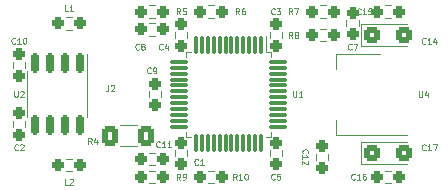
<source format=gto>
%TF.GenerationSoftware,KiCad,Pcbnew,(6.0.0)*%
%TF.CreationDate,2025-09-03T22:59:35+02:00*%
%TF.ProjectId,Smart Servo Control Board Rev.1,536d6172-7420-4536-9572-766f20436f6e,rev?*%
%TF.SameCoordinates,Original*%
%TF.FileFunction,Legend,Top*%
%TF.FilePolarity,Positive*%
%FSLAX46Y46*%
G04 Gerber Fmt 4.6, Leading zero omitted, Abs format (unit mm)*
G04 Created by KiCad (PCBNEW (6.0.0)) date 2025-09-03 22:59:35*
%MOMM*%
%LPD*%
G01*
G04 APERTURE LIST*
G04 Aperture macros list*
%AMRoundRect*
0 Rectangle with rounded corners*
0 $1 Rounding radius*
0 $2 $3 $4 $5 $6 $7 $8 $9 X,Y pos of 4 corners*
0 Add a 4 corners polygon primitive as box body*
4,1,4,$2,$3,$4,$5,$6,$7,$8,$9,$2,$3,0*
0 Add four circle primitives for the rounded corners*
1,1,$1+$1,$2,$3*
1,1,$1+$1,$4,$5*
1,1,$1+$1,$6,$7*
1,1,$1+$1,$8,$9*
0 Add four rect primitives between the rounded corners*
20,1,$1+$1,$2,$3,$4,$5,0*
20,1,$1+$1,$4,$5,$6,$7,0*
20,1,$1+$1,$6,$7,$8,$9,0*
20,1,$1+$1,$8,$9,$2,$3,0*%
G04 Aperture macros list end*
%ADD10C,0.125000*%
%ADD11C,0.120000*%
%ADD12RoundRect,0.150000X-0.150000X0.662500X-0.150000X-0.662500X0.150000X-0.662500X0.150000X0.662500X0*%
%ADD13R,3.200000X2.514000*%
%ADD14RoundRect,0.237500X0.250000X0.237500X-0.250000X0.237500X-0.250000X-0.237500X0.250000X-0.237500X0*%
%ADD15RoundRect,0.237500X-0.250000X-0.237500X0.250000X-0.237500X0.250000X0.237500X-0.250000X0.237500X0*%
%ADD16RoundRect,0.237500X-0.237500X0.250000X-0.237500X-0.250000X0.237500X-0.250000X0.237500X0.250000X0*%
%ADD17O,4.000000X2.000000*%
%ADD18RoundRect,0.250000X-0.400000X-0.625000X0.400000X-0.625000X0.400000X0.625000X-0.400000X0.625000X0*%
%ADD19RoundRect,0.250000X-0.450000X-0.425000X0.450000X-0.425000X0.450000X0.425000X-0.450000X0.425000X0*%
%ADD20R,2.000000X1.500000*%
%ADD21R,2.000000X3.800000*%
%ADD22RoundRect,0.237500X0.237500X-0.250000X0.237500X0.250000X-0.237500X0.250000X-0.237500X-0.250000X0*%
%ADD23RoundRect,0.075000X-0.075000X0.662500X-0.075000X-0.662500X0.075000X-0.662500X0.075000X0.662500X0*%
%ADD24RoundRect,0.075000X-0.662500X0.075000X-0.662500X-0.075000X0.662500X-0.075000X0.662500X0.075000X0*%
G04 APERTURE END LIST*
D10*
%TO.C,U2*%
X35369047Y-37226190D02*
X35369047Y-37630952D01*
X35392857Y-37678571D01*
X35416666Y-37702380D01*
X35464285Y-37726190D01*
X35559523Y-37726190D01*
X35607142Y-37702380D01*
X35630952Y-37678571D01*
X35654761Y-37630952D01*
X35654761Y-37226190D01*
X35869047Y-37273809D02*
X35892857Y-37250000D01*
X35940476Y-37226190D01*
X36059523Y-37226190D01*
X36107142Y-37250000D01*
X36130952Y-37273809D01*
X36154761Y-37321428D01*
X36154761Y-37369047D01*
X36130952Y-37440476D01*
X35845238Y-37726190D01*
X36154761Y-37726190D01*
%TO.C,C11*%
X47678571Y-41928571D02*
X47654761Y-41952380D01*
X47583333Y-41976190D01*
X47535714Y-41976190D01*
X47464285Y-41952380D01*
X47416666Y-41904761D01*
X47392857Y-41857142D01*
X47369047Y-41761904D01*
X47369047Y-41690476D01*
X47392857Y-41595238D01*
X47416666Y-41547619D01*
X47464285Y-41500000D01*
X47535714Y-41476190D01*
X47583333Y-41476190D01*
X47654761Y-41500000D01*
X47678571Y-41523809D01*
X48154761Y-41976190D02*
X47869047Y-41976190D01*
X48011904Y-41976190D02*
X48011904Y-41476190D01*
X47964285Y-41547619D01*
X47916666Y-41595238D01*
X47869047Y-41619047D01*
X48630952Y-41976190D02*
X48345238Y-41976190D01*
X48488095Y-41976190D02*
X48488095Y-41476190D01*
X48440476Y-41547619D01*
X48392857Y-41595238D01*
X48345238Y-41619047D01*
%TO.C,R10*%
X54178571Y-44726190D02*
X54011904Y-44488095D01*
X53892857Y-44726190D02*
X53892857Y-44226190D01*
X54083333Y-44226190D01*
X54130952Y-44250000D01*
X54154761Y-44273809D01*
X54178571Y-44321428D01*
X54178571Y-44392857D01*
X54154761Y-44440476D01*
X54130952Y-44464285D01*
X54083333Y-44488095D01*
X53892857Y-44488095D01*
X54654761Y-44726190D02*
X54369047Y-44726190D01*
X54511904Y-44726190D02*
X54511904Y-44226190D01*
X54464285Y-44297619D01*
X54416666Y-44345238D01*
X54369047Y-44369047D01*
X54964285Y-44226190D02*
X55011904Y-44226190D01*
X55059523Y-44250000D01*
X55083333Y-44273809D01*
X55107142Y-44321428D01*
X55130952Y-44416666D01*
X55130952Y-44535714D01*
X55107142Y-44630952D01*
X55083333Y-44678571D01*
X55059523Y-44702380D01*
X55011904Y-44726190D01*
X54964285Y-44726190D01*
X54916666Y-44702380D01*
X54892857Y-44678571D01*
X54869047Y-44630952D01*
X54845238Y-44535714D01*
X54845238Y-44416666D01*
X54869047Y-44321428D01*
X54892857Y-44273809D01*
X54916666Y-44250000D01*
X54964285Y-44226190D01*
%TO.C,C9*%
X46916666Y-35678571D02*
X46892857Y-35702380D01*
X46821428Y-35726190D01*
X46773809Y-35726190D01*
X46702380Y-35702380D01*
X46654761Y-35654761D01*
X46630952Y-35607142D01*
X46607142Y-35511904D01*
X46607142Y-35440476D01*
X46630952Y-35345238D01*
X46654761Y-35297619D01*
X46702380Y-35250000D01*
X46773809Y-35226190D01*
X46821428Y-35226190D01*
X46892857Y-35250000D01*
X46916666Y-35273809D01*
X47154761Y-35726190D02*
X47250000Y-35726190D01*
X47297619Y-35702380D01*
X47321428Y-35678571D01*
X47369047Y-35607142D01*
X47392857Y-35511904D01*
X47392857Y-35321428D01*
X47369047Y-35273809D01*
X47345238Y-35250000D01*
X47297619Y-35226190D01*
X47202380Y-35226190D01*
X47154761Y-35250000D01*
X47130952Y-35273809D01*
X47107142Y-35321428D01*
X47107142Y-35440476D01*
X47130952Y-35488095D01*
X47154761Y-35511904D01*
X47202380Y-35535714D01*
X47297619Y-35535714D01*
X47345238Y-35511904D01*
X47369047Y-35488095D01*
X47392857Y-35440476D01*
%TO.C,J2*%
X43333333Y-36726190D02*
X43333333Y-37083333D01*
X43309523Y-37154761D01*
X43261904Y-37202380D01*
X43190476Y-37226190D01*
X43142857Y-37226190D01*
X43547619Y-36773809D02*
X43571428Y-36750000D01*
X43619047Y-36726190D01*
X43738095Y-36726190D01*
X43785714Y-36750000D01*
X43809523Y-36773809D01*
X43833333Y-36821428D01*
X43833333Y-36869047D01*
X43809523Y-36940476D01*
X43523809Y-37226190D01*
X43833333Y-37226190D01*
%TO.C,C16*%
X64178571Y-44678571D02*
X64154761Y-44702380D01*
X64083333Y-44726190D01*
X64035714Y-44726190D01*
X63964285Y-44702380D01*
X63916666Y-44654761D01*
X63892857Y-44607142D01*
X63869047Y-44511904D01*
X63869047Y-44440476D01*
X63892857Y-44345238D01*
X63916666Y-44297619D01*
X63964285Y-44250000D01*
X64035714Y-44226190D01*
X64083333Y-44226190D01*
X64154761Y-44250000D01*
X64178571Y-44273809D01*
X64654761Y-44726190D02*
X64369047Y-44726190D01*
X64511904Y-44726190D02*
X64511904Y-44226190D01*
X64464285Y-44297619D01*
X64416666Y-44345238D01*
X64369047Y-44369047D01*
X65083333Y-44226190D02*
X64988095Y-44226190D01*
X64940476Y-44250000D01*
X64916666Y-44273809D01*
X64869047Y-44345238D01*
X64845238Y-44440476D01*
X64845238Y-44630952D01*
X64869047Y-44678571D01*
X64892857Y-44702380D01*
X64940476Y-44726190D01*
X65035714Y-44726190D01*
X65083333Y-44702380D01*
X65107142Y-44678571D01*
X65130952Y-44630952D01*
X65130952Y-44511904D01*
X65107142Y-44464285D01*
X65083333Y-44440476D01*
X65035714Y-44416666D01*
X64940476Y-44416666D01*
X64892857Y-44440476D01*
X64869047Y-44464285D01*
X64845238Y-44511904D01*
%TO.C,R4*%
X41916666Y-41726190D02*
X41750000Y-41488095D01*
X41630952Y-41726190D02*
X41630952Y-41226190D01*
X41821428Y-41226190D01*
X41869047Y-41250000D01*
X41892857Y-41273809D01*
X41916666Y-41321428D01*
X41916666Y-41392857D01*
X41892857Y-41440476D01*
X41869047Y-41464285D01*
X41821428Y-41488095D01*
X41630952Y-41488095D01*
X42345238Y-41392857D02*
X42345238Y-41726190D01*
X42226190Y-41202380D02*
X42107142Y-41559523D01*
X42416666Y-41559523D01*
%TO.C,L1*%
X39916666Y-30476190D02*
X39678571Y-30476190D01*
X39678571Y-29976190D01*
X40345238Y-30476190D02*
X40059523Y-30476190D01*
X40202380Y-30476190D02*
X40202380Y-29976190D01*
X40154761Y-30047619D01*
X40107142Y-30095238D01*
X40059523Y-30119047D01*
%TO.C,R9*%
X49416666Y-44726190D02*
X49250000Y-44488095D01*
X49130952Y-44726190D02*
X49130952Y-44226190D01*
X49321428Y-44226190D01*
X49369047Y-44250000D01*
X49392857Y-44273809D01*
X49416666Y-44321428D01*
X49416666Y-44392857D01*
X49392857Y-44440476D01*
X49369047Y-44464285D01*
X49321428Y-44488095D01*
X49130952Y-44488095D01*
X49654761Y-44726190D02*
X49750000Y-44726190D01*
X49797619Y-44702380D01*
X49821428Y-44678571D01*
X49869047Y-44607142D01*
X49892857Y-44511904D01*
X49892857Y-44321428D01*
X49869047Y-44273809D01*
X49845238Y-44250000D01*
X49797619Y-44226190D01*
X49702380Y-44226190D01*
X49654761Y-44250000D01*
X49630952Y-44273809D01*
X49607142Y-44321428D01*
X49607142Y-44440476D01*
X49630952Y-44488095D01*
X49654761Y-44511904D01*
X49702380Y-44535714D01*
X49797619Y-44535714D01*
X49845238Y-44511904D01*
X49869047Y-44488095D01*
X49892857Y-44440476D01*
%TO.C,C3*%
X57416666Y-30678571D02*
X57392857Y-30702380D01*
X57321428Y-30726190D01*
X57273809Y-30726190D01*
X57202380Y-30702380D01*
X57154761Y-30654761D01*
X57130952Y-30607142D01*
X57107142Y-30511904D01*
X57107142Y-30440476D01*
X57130952Y-30345238D01*
X57154761Y-30297619D01*
X57202380Y-30250000D01*
X57273809Y-30226190D01*
X57321428Y-30226190D01*
X57392857Y-30250000D01*
X57416666Y-30273809D01*
X57583333Y-30226190D02*
X57892857Y-30226190D01*
X57726190Y-30416666D01*
X57797619Y-30416666D01*
X57845238Y-30440476D01*
X57869047Y-30464285D01*
X57892857Y-30511904D01*
X57892857Y-30630952D01*
X57869047Y-30678571D01*
X57845238Y-30702380D01*
X57797619Y-30726190D01*
X57654761Y-30726190D01*
X57607142Y-30702380D01*
X57583333Y-30678571D01*
%TO.C,C10*%
X35428571Y-33178571D02*
X35404761Y-33202380D01*
X35333333Y-33226190D01*
X35285714Y-33226190D01*
X35214285Y-33202380D01*
X35166666Y-33154761D01*
X35142857Y-33107142D01*
X35119047Y-33011904D01*
X35119047Y-32940476D01*
X35142857Y-32845238D01*
X35166666Y-32797619D01*
X35214285Y-32750000D01*
X35285714Y-32726190D01*
X35333333Y-32726190D01*
X35404761Y-32750000D01*
X35428571Y-32773809D01*
X35904761Y-33226190D02*
X35619047Y-33226190D01*
X35761904Y-33226190D02*
X35761904Y-32726190D01*
X35714285Y-32797619D01*
X35666666Y-32845238D01*
X35619047Y-32869047D01*
X36214285Y-32726190D02*
X36261904Y-32726190D01*
X36309523Y-32750000D01*
X36333333Y-32773809D01*
X36357142Y-32821428D01*
X36380952Y-32916666D01*
X36380952Y-33035714D01*
X36357142Y-33130952D01*
X36333333Y-33178571D01*
X36309523Y-33202380D01*
X36261904Y-33226190D01*
X36214285Y-33226190D01*
X36166666Y-33202380D01*
X36142857Y-33178571D01*
X36119047Y-33130952D01*
X36095238Y-33035714D01*
X36095238Y-32916666D01*
X36119047Y-32821428D01*
X36142857Y-32773809D01*
X36166666Y-32750000D01*
X36214285Y-32726190D01*
%TO.C,C15*%
X64678571Y-30678571D02*
X64654761Y-30702380D01*
X64583333Y-30726190D01*
X64535714Y-30726190D01*
X64464285Y-30702380D01*
X64416666Y-30654761D01*
X64392857Y-30607142D01*
X64369047Y-30511904D01*
X64369047Y-30440476D01*
X64392857Y-30345238D01*
X64416666Y-30297619D01*
X64464285Y-30250000D01*
X64535714Y-30226190D01*
X64583333Y-30226190D01*
X64654761Y-30250000D01*
X64678571Y-30273809D01*
X65154761Y-30726190D02*
X64869047Y-30726190D01*
X65011904Y-30726190D02*
X65011904Y-30226190D01*
X64964285Y-30297619D01*
X64916666Y-30345238D01*
X64869047Y-30369047D01*
X65607142Y-30226190D02*
X65369047Y-30226190D01*
X65345238Y-30464285D01*
X65369047Y-30440476D01*
X65416666Y-30416666D01*
X65535714Y-30416666D01*
X65583333Y-30440476D01*
X65607142Y-30464285D01*
X65630952Y-30511904D01*
X65630952Y-30630952D01*
X65607142Y-30678571D01*
X65583333Y-30702380D01*
X65535714Y-30726190D01*
X65416666Y-30726190D01*
X65369047Y-30702380D01*
X65345238Y-30678571D01*
%TO.C,C7*%
X63916666Y-33678571D02*
X63892857Y-33702380D01*
X63821428Y-33726190D01*
X63773809Y-33726190D01*
X63702380Y-33702380D01*
X63654761Y-33654761D01*
X63630952Y-33607142D01*
X63607142Y-33511904D01*
X63607142Y-33440476D01*
X63630952Y-33345238D01*
X63654761Y-33297619D01*
X63702380Y-33250000D01*
X63773809Y-33226190D01*
X63821428Y-33226190D01*
X63892857Y-33250000D01*
X63916666Y-33273809D01*
X64083333Y-33226190D02*
X64416666Y-33226190D01*
X64202380Y-33726190D01*
%TO.C,R6*%
X54416666Y-30726190D02*
X54250000Y-30488095D01*
X54130952Y-30726190D02*
X54130952Y-30226190D01*
X54321428Y-30226190D01*
X54369047Y-30250000D01*
X54392857Y-30273809D01*
X54416666Y-30321428D01*
X54416666Y-30392857D01*
X54392857Y-30440476D01*
X54369047Y-30464285D01*
X54321428Y-30488095D01*
X54130952Y-30488095D01*
X54845238Y-30226190D02*
X54750000Y-30226190D01*
X54702380Y-30250000D01*
X54678571Y-30273809D01*
X54630952Y-30345238D01*
X54607142Y-30440476D01*
X54607142Y-30630952D01*
X54630952Y-30678571D01*
X54654761Y-30702380D01*
X54702380Y-30726190D01*
X54797619Y-30726190D01*
X54845238Y-30702380D01*
X54869047Y-30678571D01*
X54892857Y-30630952D01*
X54892857Y-30511904D01*
X54869047Y-30464285D01*
X54845238Y-30440476D01*
X54797619Y-30416666D01*
X54702380Y-30416666D01*
X54654761Y-30440476D01*
X54630952Y-30464285D01*
X54607142Y-30511904D01*
%TO.C,C17*%
X70178571Y-42178571D02*
X70154761Y-42202380D01*
X70083333Y-42226190D01*
X70035714Y-42226190D01*
X69964285Y-42202380D01*
X69916666Y-42154761D01*
X69892857Y-42107142D01*
X69869047Y-42011904D01*
X69869047Y-41940476D01*
X69892857Y-41845238D01*
X69916666Y-41797619D01*
X69964285Y-41750000D01*
X70035714Y-41726190D01*
X70083333Y-41726190D01*
X70154761Y-41750000D01*
X70178571Y-41773809D01*
X70654761Y-42226190D02*
X70369047Y-42226190D01*
X70511904Y-42226190D02*
X70511904Y-41726190D01*
X70464285Y-41797619D01*
X70416666Y-41845238D01*
X70369047Y-41869047D01*
X70821428Y-41726190D02*
X71154761Y-41726190D01*
X70940476Y-42226190D01*
%TO.C,U4*%
X69619047Y-37226190D02*
X69619047Y-37630952D01*
X69642857Y-37678571D01*
X69666666Y-37702380D01*
X69714285Y-37726190D01*
X69809523Y-37726190D01*
X69857142Y-37702380D01*
X69880952Y-37678571D01*
X69904761Y-37630952D01*
X69904761Y-37226190D01*
X70357142Y-37392857D02*
X70357142Y-37726190D01*
X70238095Y-37202380D02*
X70119047Y-37559523D01*
X70428571Y-37559523D01*
%TO.C,R7*%
X58916666Y-30726190D02*
X58750000Y-30488095D01*
X58630952Y-30726190D02*
X58630952Y-30226190D01*
X58821428Y-30226190D01*
X58869047Y-30250000D01*
X58892857Y-30273809D01*
X58916666Y-30321428D01*
X58916666Y-30392857D01*
X58892857Y-30440476D01*
X58869047Y-30464285D01*
X58821428Y-30488095D01*
X58630952Y-30488095D01*
X59083333Y-30226190D02*
X59416666Y-30226190D01*
X59202380Y-30726190D01*
%TO.C,C12*%
X59791428Y-42478571D02*
X59767619Y-42454761D01*
X59743809Y-42383333D01*
X59743809Y-42335714D01*
X59767619Y-42264285D01*
X59815238Y-42216666D01*
X59862857Y-42192857D01*
X59958095Y-42169047D01*
X60029523Y-42169047D01*
X60124761Y-42192857D01*
X60172380Y-42216666D01*
X60220000Y-42264285D01*
X60243809Y-42335714D01*
X60243809Y-42383333D01*
X60220000Y-42454761D01*
X60196190Y-42478571D01*
X59743809Y-42954761D02*
X59743809Y-42669047D01*
X59743809Y-42811904D02*
X60243809Y-42811904D01*
X60172380Y-42764285D01*
X60124761Y-42716666D01*
X60100952Y-42669047D01*
X60196190Y-43145238D02*
X60220000Y-43169047D01*
X60243809Y-43216666D01*
X60243809Y-43335714D01*
X60220000Y-43383333D01*
X60196190Y-43407142D01*
X60148571Y-43430952D01*
X60100952Y-43430952D01*
X60029523Y-43407142D01*
X59743809Y-43121428D01*
X59743809Y-43430952D01*
%TO.C,C8*%
X45916666Y-33678571D02*
X45892857Y-33702380D01*
X45821428Y-33726190D01*
X45773809Y-33726190D01*
X45702380Y-33702380D01*
X45654761Y-33654761D01*
X45630952Y-33607142D01*
X45607142Y-33511904D01*
X45607142Y-33440476D01*
X45630952Y-33345238D01*
X45654761Y-33297619D01*
X45702380Y-33250000D01*
X45773809Y-33226190D01*
X45821428Y-33226190D01*
X45892857Y-33250000D01*
X45916666Y-33273809D01*
X46202380Y-33440476D02*
X46154761Y-33416666D01*
X46130952Y-33392857D01*
X46107142Y-33345238D01*
X46107142Y-33321428D01*
X46130952Y-33273809D01*
X46154761Y-33250000D01*
X46202380Y-33226190D01*
X46297619Y-33226190D01*
X46345238Y-33250000D01*
X46369047Y-33273809D01*
X46392857Y-33321428D01*
X46392857Y-33345238D01*
X46369047Y-33392857D01*
X46345238Y-33416666D01*
X46297619Y-33440476D01*
X46202380Y-33440476D01*
X46154761Y-33464285D01*
X46130952Y-33488095D01*
X46107142Y-33535714D01*
X46107142Y-33630952D01*
X46130952Y-33678571D01*
X46154761Y-33702380D01*
X46202380Y-33726190D01*
X46297619Y-33726190D01*
X46345238Y-33702380D01*
X46369047Y-33678571D01*
X46392857Y-33630952D01*
X46392857Y-33535714D01*
X46369047Y-33488095D01*
X46345238Y-33464285D01*
X46297619Y-33440476D01*
%TO.C,C2*%
X35666666Y-42178571D02*
X35642857Y-42202380D01*
X35571428Y-42226190D01*
X35523809Y-42226190D01*
X35452380Y-42202380D01*
X35404761Y-42154761D01*
X35380952Y-42107142D01*
X35357142Y-42011904D01*
X35357142Y-41940476D01*
X35380952Y-41845238D01*
X35404761Y-41797619D01*
X35452380Y-41750000D01*
X35523809Y-41726190D01*
X35571428Y-41726190D01*
X35642857Y-41750000D01*
X35666666Y-41773809D01*
X35857142Y-41773809D02*
X35880952Y-41750000D01*
X35928571Y-41726190D01*
X36047619Y-41726190D01*
X36095238Y-41750000D01*
X36119047Y-41773809D01*
X36142857Y-41821428D01*
X36142857Y-41869047D01*
X36119047Y-41940476D01*
X35833333Y-42226190D01*
X36142857Y-42226190D01*
%TO.C,L2*%
X39916666Y-45156190D02*
X39678571Y-45156190D01*
X39678571Y-44656190D01*
X40059523Y-44703809D02*
X40083333Y-44680000D01*
X40130952Y-44656190D01*
X40250000Y-44656190D01*
X40297619Y-44680000D01*
X40321428Y-44703809D01*
X40345238Y-44751428D01*
X40345238Y-44799047D01*
X40321428Y-44870476D01*
X40035714Y-45156190D01*
X40345238Y-45156190D01*
%TO.C,C14*%
X70178571Y-33178571D02*
X70154761Y-33202380D01*
X70083333Y-33226190D01*
X70035714Y-33226190D01*
X69964285Y-33202380D01*
X69916666Y-33154761D01*
X69892857Y-33107142D01*
X69869047Y-33011904D01*
X69869047Y-32940476D01*
X69892857Y-32845238D01*
X69916666Y-32797619D01*
X69964285Y-32750000D01*
X70035714Y-32726190D01*
X70083333Y-32726190D01*
X70154761Y-32750000D01*
X70178571Y-32773809D01*
X70654761Y-33226190D02*
X70369047Y-33226190D01*
X70511904Y-33226190D02*
X70511904Y-32726190D01*
X70464285Y-32797619D01*
X70416666Y-32845238D01*
X70369047Y-32869047D01*
X71083333Y-32892857D02*
X71083333Y-33226190D01*
X70964285Y-32702380D02*
X70845238Y-33059523D01*
X71154761Y-33059523D01*
%TO.C,C1*%
X50916666Y-43428571D02*
X50892857Y-43452380D01*
X50821428Y-43476190D01*
X50773809Y-43476190D01*
X50702380Y-43452380D01*
X50654761Y-43404761D01*
X50630952Y-43357142D01*
X50607142Y-43261904D01*
X50607142Y-43190476D01*
X50630952Y-43095238D01*
X50654761Y-43047619D01*
X50702380Y-43000000D01*
X50773809Y-42976190D01*
X50821428Y-42976190D01*
X50892857Y-43000000D01*
X50916666Y-43023809D01*
X51392857Y-43476190D02*
X51107142Y-43476190D01*
X51250000Y-43476190D02*
X51250000Y-42976190D01*
X51202380Y-43047619D01*
X51154761Y-43095238D01*
X51107142Y-43119047D01*
%TO.C,R5*%
X49416666Y-30726190D02*
X49250000Y-30488095D01*
X49130952Y-30726190D02*
X49130952Y-30226190D01*
X49321428Y-30226190D01*
X49369047Y-30250000D01*
X49392857Y-30273809D01*
X49416666Y-30321428D01*
X49416666Y-30392857D01*
X49392857Y-30440476D01*
X49369047Y-30464285D01*
X49321428Y-30488095D01*
X49130952Y-30488095D01*
X49869047Y-30226190D02*
X49630952Y-30226190D01*
X49607142Y-30464285D01*
X49630952Y-30440476D01*
X49678571Y-30416666D01*
X49797619Y-30416666D01*
X49845238Y-30440476D01*
X49869047Y-30464285D01*
X49892857Y-30511904D01*
X49892857Y-30630952D01*
X49869047Y-30678571D01*
X49845238Y-30702380D01*
X49797619Y-30726190D01*
X49678571Y-30726190D01*
X49630952Y-30702380D01*
X49607142Y-30678571D01*
%TO.C,C5*%
X57416666Y-44678571D02*
X57392857Y-44702380D01*
X57321428Y-44726190D01*
X57273809Y-44726190D01*
X57202380Y-44702380D01*
X57154761Y-44654761D01*
X57130952Y-44607142D01*
X57107142Y-44511904D01*
X57107142Y-44440476D01*
X57130952Y-44345238D01*
X57154761Y-44297619D01*
X57202380Y-44250000D01*
X57273809Y-44226190D01*
X57321428Y-44226190D01*
X57392857Y-44250000D01*
X57416666Y-44273809D01*
X57869047Y-44226190D02*
X57630952Y-44226190D01*
X57607142Y-44464285D01*
X57630952Y-44440476D01*
X57678571Y-44416666D01*
X57797619Y-44416666D01*
X57845238Y-44440476D01*
X57869047Y-44464285D01*
X57892857Y-44511904D01*
X57892857Y-44630952D01*
X57869047Y-44678571D01*
X57845238Y-44702380D01*
X57797619Y-44726190D01*
X57678571Y-44726190D01*
X57630952Y-44702380D01*
X57607142Y-44678571D01*
%TO.C,U1*%
X58969047Y-37226190D02*
X58969047Y-37630952D01*
X58992857Y-37678571D01*
X59016666Y-37702380D01*
X59064285Y-37726190D01*
X59159523Y-37726190D01*
X59207142Y-37702380D01*
X59230952Y-37678571D01*
X59254761Y-37630952D01*
X59254761Y-37226190D01*
X59754761Y-37726190D02*
X59469047Y-37726190D01*
X59611904Y-37726190D02*
X59611904Y-37226190D01*
X59564285Y-37297619D01*
X59516666Y-37345238D01*
X59469047Y-37369047D01*
%TO.C,R8*%
X58916666Y-32726190D02*
X58750000Y-32488095D01*
X58630952Y-32726190D02*
X58630952Y-32226190D01*
X58821428Y-32226190D01*
X58869047Y-32250000D01*
X58892857Y-32273809D01*
X58916666Y-32321428D01*
X58916666Y-32392857D01*
X58892857Y-32440476D01*
X58869047Y-32464285D01*
X58821428Y-32488095D01*
X58630952Y-32488095D01*
X59202380Y-32440476D02*
X59154761Y-32416666D01*
X59130952Y-32392857D01*
X59107142Y-32345238D01*
X59107142Y-32321428D01*
X59130952Y-32273809D01*
X59154761Y-32250000D01*
X59202380Y-32226190D01*
X59297619Y-32226190D01*
X59345238Y-32250000D01*
X59369047Y-32273809D01*
X59392857Y-32321428D01*
X59392857Y-32345238D01*
X59369047Y-32392857D01*
X59345238Y-32416666D01*
X59297619Y-32440476D01*
X59202380Y-32440476D01*
X59154761Y-32464285D01*
X59130952Y-32488095D01*
X59107142Y-32535714D01*
X59107142Y-32630952D01*
X59130952Y-32678571D01*
X59154761Y-32702380D01*
X59202380Y-32726190D01*
X59297619Y-32726190D01*
X59345238Y-32702380D01*
X59369047Y-32678571D01*
X59392857Y-32630952D01*
X59392857Y-32535714D01*
X59369047Y-32488095D01*
X59345238Y-32464285D01*
X59297619Y-32440476D01*
%TO.C,C4*%
X47916666Y-33678571D02*
X47892857Y-33702380D01*
X47821428Y-33726190D01*
X47773809Y-33726190D01*
X47702380Y-33702380D01*
X47654761Y-33654761D01*
X47630952Y-33607142D01*
X47607142Y-33511904D01*
X47607142Y-33440476D01*
X47630952Y-33345238D01*
X47654761Y-33297619D01*
X47702380Y-33250000D01*
X47773809Y-33226190D01*
X47821428Y-33226190D01*
X47892857Y-33250000D01*
X47916666Y-33273809D01*
X48345238Y-33392857D02*
X48345238Y-33726190D01*
X48226190Y-33202380D02*
X48107142Y-33559523D01*
X48416666Y-33559523D01*
D11*
%TO.C,U2*%
X36440000Y-37500000D02*
X36440000Y-35550000D01*
X36440000Y-37500000D02*
X36440000Y-39450000D01*
X41560000Y-37500000D02*
X41560000Y-39450000D01*
X41560000Y-37500000D02*
X41560000Y-34050000D01*
%TO.C,C11*%
X47254724Y-42477500D02*
X46745276Y-42477500D01*
X47254724Y-43522500D02*
X46745276Y-43522500D01*
%TO.C,R10*%
X51745276Y-45022500D02*
X52254724Y-45022500D01*
X51745276Y-43977500D02*
X52254724Y-43977500D01*
%TO.C,C9*%
X46727500Y-37245276D02*
X46727500Y-37754724D01*
X47772500Y-37245276D02*
X47772500Y-37754724D01*
%TO.C,C16*%
X66745276Y-43977500D02*
X67254724Y-43977500D01*
X66745276Y-45022500D02*
X67254724Y-45022500D01*
%TO.C,R4*%
X44272936Y-40090000D02*
X45727064Y-40090000D01*
X44272936Y-41910000D02*
X45727064Y-41910000D01*
%TO.C,L1*%
X40254724Y-32022500D02*
X39745276Y-32022500D01*
X40254724Y-30977500D02*
X39745276Y-30977500D01*
%TO.C,R9*%
X46745276Y-43977500D02*
X47254724Y-43977500D01*
X46745276Y-45022500D02*
X47254724Y-45022500D01*
%TO.C,C3*%
X56977500Y-32245276D02*
X56977500Y-32754724D01*
X58022500Y-32245276D02*
X58022500Y-32754724D01*
%TO.C,C10*%
X36272500Y-34745276D02*
X36272500Y-35254724D01*
X35227500Y-34745276D02*
X35227500Y-35254724D01*
%TO.C,C15*%
X66745276Y-31022500D02*
X67254724Y-31022500D01*
X66745276Y-29977500D02*
X67254724Y-29977500D01*
%TO.C,C7*%
X63477500Y-31245276D02*
X63477500Y-31754724D01*
X64522500Y-31245276D02*
X64522500Y-31754724D01*
%TO.C,R6*%
X51745276Y-29977500D02*
X52254724Y-29977500D01*
X51745276Y-31022500D02*
X52254724Y-31022500D01*
%TO.C,C17*%
X68600000Y-41565000D02*
X64690000Y-41565000D01*
X64690000Y-41565000D02*
X64690000Y-43435000D01*
X64690000Y-43435000D02*
X68600000Y-43435000D01*
%TO.C,U4*%
X62590000Y-34090000D02*
X62590000Y-35350000D01*
X68600000Y-40910000D02*
X62590000Y-40910000D01*
X62590000Y-40910000D02*
X62590000Y-39650000D01*
X66350000Y-34090000D02*
X62590000Y-34090000D01*
%TO.C,R7*%
X61245276Y-29977500D02*
X61754724Y-29977500D01*
X61245276Y-31022500D02*
X61754724Y-31022500D01*
%TO.C,C12*%
X61922500Y-43054724D02*
X61922500Y-42545276D01*
X60877500Y-43054724D02*
X60877500Y-42545276D01*
%TO.C,C8*%
X46745276Y-32522500D02*
X47254724Y-32522500D01*
X46745276Y-31477500D02*
X47254724Y-31477500D01*
%TO.C,C2*%
X36272500Y-39745276D02*
X36272500Y-40254724D01*
X35227500Y-39745276D02*
X35227500Y-40254724D01*
%TO.C,L2*%
X40254724Y-42977500D02*
X39745276Y-42977500D01*
X40254724Y-44022500D02*
X39745276Y-44022500D01*
%TO.C,C14*%
X64690000Y-31565000D02*
X64690000Y-33435000D01*
X64690000Y-33435000D02*
X68600000Y-33435000D01*
X68600000Y-31565000D02*
X64690000Y-31565000D01*
%TO.C,C1*%
X48977500Y-42754724D02*
X48977500Y-42245276D01*
X50022500Y-42754724D02*
X50022500Y-42245276D01*
%TO.C,R5*%
X46745276Y-29977500D02*
X47254724Y-29977500D01*
X46745276Y-31022500D02*
X47254724Y-31022500D01*
%TO.C,C5*%
X58022500Y-42754724D02*
X58022500Y-42245276D01*
X56977500Y-42754724D02*
X56977500Y-42245276D01*
%TO.C,U1*%
X49890000Y-34340000D02*
X49890000Y-33890000D01*
X57110000Y-40660000D02*
X57110000Y-41110000D01*
X57110000Y-34340000D02*
X57110000Y-33890000D01*
X56660000Y-33890000D02*
X56660000Y-32600000D01*
X57110000Y-41110000D02*
X56660000Y-41110000D01*
X57110000Y-33890000D02*
X56660000Y-33890000D01*
X49890000Y-40660000D02*
X49890000Y-41110000D01*
X49890000Y-33890000D02*
X50340000Y-33890000D01*
X49890000Y-41110000D02*
X50340000Y-41110000D01*
%TO.C,R8*%
X61245276Y-31977500D02*
X61754724Y-31977500D01*
X61245276Y-33022500D02*
X61754724Y-33022500D01*
%TO.C,C4*%
X50022500Y-32245276D02*
X50022500Y-32754724D01*
X48977500Y-32245276D02*
X48977500Y-32754724D01*
%TD*%
%LPC*%
D12*
%TO.C,U2*%
X40905000Y-34862500D03*
X39635000Y-34862500D03*
X38365000Y-34862500D03*
X37095000Y-34862500D03*
X37095000Y-40137500D03*
X38365000Y-40137500D03*
X39635000Y-40137500D03*
X40905000Y-40137500D03*
D13*
X39000000Y-37500000D03*
%TD*%
D14*
%TO.C,C11*%
X47912500Y-43000000D03*
X46087500Y-43000000D03*
%TD*%
D15*
%TO.C,R10*%
X51087500Y-44500000D03*
X52912500Y-44500000D03*
%TD*%
D16*
%TO.C,C9*%
X47250000Y-36587500D03*
X47250000Y-38412500D03*
%TD*%
D17*
%TO.C,J2*%
X43500000Y-31500000D03*
X43500000Y-43500000D03*
%TD*%
D15*
%TO.C,C16*%
X66087500Y-44500000D03*
X67912500Y-44500000D03*
%TD*%
D18*
%TO.C,R4*%
X43450000Y-41000000D03*
X46550000Y-41000000D03*
%TD*%
D14*
%TO.C,L1*%
X40912500Y-31500000D03*
X39087500Y-31500000D03*
%TD*%
D15*
%TO.C,R9*%
X46087500Y-44500000D03*
X47912500Y-44500000D03*
%TD*%
D16*
%TO.C,C3*%
X57500000Y-31587500D03*
X57500000Y-33412500D03*
%TD*%
%TO.C,C10*%
X35750000Y-34087500D03*
X35750000Y-35912500D03*
%TD*%
D15*
%TO.C,C15*%
X66087500Y-30500000D03*
X67912500Y-30500000D03*
%TD*%
D16*
%TO.C,C7*%
X64000000Y-30587500D03*
X64000000Y-32412500D03*
%TD*%
D15*
%TO.C,R6*%
X51087500Y-30500000D03*
X52912500Y-30500000D03*
%TD*%
D19*
%TO.C,C17*%
X65650000Y-42500000D03*
X68350000Y-42500000D03*
%TD*%
D20*
%TO.C,U4*%
X67650000Y-39800000D03*
D21*
X61350000Y-37500000D03*
D20*
X67650000Y-37500000D03*
X67650000Y-35200000D03*
%TD*%
D15*
%TO.C,R7*%
X60587500Y-30500000D03*
X62412500Y-30500000D03*
%TD*%
D22*
%TO.C,C12*%
X61400000Y-43712500D03*
X61400000Y-41887500D03*
%TD*%
D15*
%TO.C,C8*%
X46087500Y-32000000D03*
X47912500Y-32000000D03*
%TD*%
D16*
%TO.C,C2*%
X35750000Y-39087500D03*
X35750000Y-40912500D03*
%TD*%
D14*
%TO.C,L2*%
X40912500Y-43500000D03*
X39087500Y-43500000D03*
%TD*%
D19*
%TO.C,C14*%
X65650000Y-32500000D03*
X68350000Y-32500000D03*
%TD*%
D22*
%TO.C,C1*%
X49500000Y-43412500D03*
X49500000Y-41587500D03*
%TD*%
D15*
%TO.C,R5*%
X46087500Y-30500000D03*
X47912500Y-30500000D03*
%TD*%
D22*
%TO.C,C5*%
X57500000Y-43412500D03*
X57500000Y-41587500D03*
%TD*%
D23*
%TO.C,U1*%
X56250000Y-33337500D03*
X55750000Y-33337500D03*
X55250000Y-33337500D03*
X54750000Y-33337500D03*
X54250000Y-33337500D03*
X53750000Y-33337500D03*
X53250000Y-33337500D03*
X52750000Y-33337500D03*
X52250000Y-33337500D03*
X51750000Y-33337500D03*
X51250000Y-33337500D03*
X50750000Y-33337500D03*
D24*
X49337500Y-34750000D03*
X49337500Y-35250000D03*
X49337500Y-35750000D03*
X49337500Y-36250000D03*
X49337500Y-36750000D03*
X49337500Y-37250000D03*
X49337500Y-37750000D03*
X49337500Y-38250000D03*
X49337500Y-38750000D03*
X49337500Y-39250000D03*
X49337500Y-39750000D03*
X49337500Y-40250000D03*
D23*
X50750000Y-41662500D03*
X51250000Y-41662500D03*
X51750000Y-41662500D03*
X52250000Y-41662500D03*
X52750000Y-41662500D03*
X53250000Y-41662500D03*
X53750000Y-41662500D03*
X54250000Y-41662500D03*
X54750000Y-41662500D03*
X55250000Y-41662500D03*
X55750000Y-41662500D03*
X56250000Y-41662500D03*
D24*
X57662500Y-40250000D03*
X57662500Y-39750000D03*
X57662500Y-39250000D03*
X57662500Y-38750000D03*
X57662500Y-38250000D03*
X57662500Y-37750000D03*
X57662500Y-37250000D03*
X57662500Y-36750000D03*
X57662500Y-36250000D03*
X57662500Y-35750000D03*
X57662500Y-35250000D03*
X57662500Y-34750000D03*
%TD*%
D15*
%TO.C,R8*%
X60587500Y-32500000D03*
X62412500Y-32500000D03*
%TD*%
D16*
%TO.C,C4*%
X49500000Y-31587500D03*
X49500000Y-33412500D03*
%TD*%
M02*

</source>
